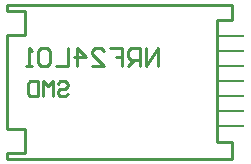
<source format=gbo>
G04*
G04 #@! TF.GenerationSoftware,Altium Limited,Altium Designer,22.2.1 (43)*
G04*
G04 Layer_Color=32896*
%FSTAX25Y25*%
%MOIN*%
G70*
G04*
G04 #@! TF.SameCoordinates,CAACB314-B994-4A0E-AD61-3740CE87C19C*
G04*
G04*
G04 #@! TF.FilePolarity,Positive*
G04*
G01*
G75*
%ADD14C,0.01000*%
%ADD51R,0.09055X0.00787*%
%ADD52R,0.09055X0.00689*%
%ADD53R,0.08957X0.00689*%
D14*
X0004862Y-0041827D02*
X0010374D01*
X0010571Y-0042024D01*
Y-0049898D02*
Y-0042024D01*
X0004862Y-0049898D02*
X0010571D01*
X0004862Y-0051768D02*
Y-0049898D01*
Y-0051768D02*
X0079665D01*
X0004862Y-0041827D02*
Y-0010626D01*
X0004961Y-0010528D01*
X0010669D01*
X0010768Y-0010429D01*
Y-0002457D01*
X0004862D02*
X0010768D01*
X0004862D02*
Y-0000587D01*
X0079665Y-0051768D02*
Y-0046256D01*
X0074547D02*
X0079665D01*
X0074547D02*
Y-0005705D01*
X0079665D01*
Y-0000587D01*
X0004862D02*
X0079665D01*
X0021668Y-0026835D02*
X0022501Y-0026002D01*
X0024167D01*
X0025Y-0026835D01*
Y-0027668D01*
X0024167Y-0028501D01*
X0022501D01*
X0021668Y-0029334D01*
Y-0030167D01*
X0022501Y-0031D01*
X0024167D01*
X0025Y-0030167D01*
X0020002Y-0031D02*
Y-0026002D01*
X0018336Y-0027668D01*
X0016669Y-0026002D01*
Y-0031D01*
X0015003Y-0026002D02*
Y-0031D01*
X0012504D01*
X0011671Y-0030167D01*
Y-0026835D01*
X0012504Y-0026002D01*
X0015003D01*
X0055Y-0021D02*
Y-0015002D01*
X0051001Y-0021D01*
Y-0015002D01*
X0049002Y-0021D02*
Y-0015002D01*
X0046003D01*
X0045003Y-0016002D01*
Y-0018001D01*
X0046003Y-0019001D01*
X0049002D01*
X0047003D02*
X0045003Y-0021D01*
X0039005Y-0015002D02*
X0043004D01*
Y-0018001D01*
X0041004D01*
X0043004D01*
Y-0021D01*
X0033007D02*
X0037006D01*
X0033007Y-0017001D01*
Y-0016002D01*
X0034007Y-0015002D01*
X0036006D01*
X0037006Y-0016002D01*
X0028009Y-0021D02*
Y-0015002D01*
X0031008Y-0018001D01*
X0027009D01*
X002501Y-0015002D02*
Y-0021D01*
X0021011D01*
X0019012Y-0016002D02*
X0018012Y-0015002D01*
X0016013D01*
X0015013Y-0016002D01*
Y-002D01*
X0016013Y-0021D01*
X0018012D01*
X0019012Y-002D01*
Y-0016002D01*
X0013014Y-0021D02*
X0011014D01*
X0012014D01*
Y-0015002D01*
X0013014Y-0016002D01*
D51*
X0079469Y-001102D02*
D03*
D52*
X0079469Y-001599D02*
D03*
Y-002101D02*
D03*
X0079469Y-003597D02*
D03*
D53*
X0079517Y-002603D02*
D03*
Y-0030951D02*
D03*
X0079518Y-004099D02*
D03*
M02*

</source>
